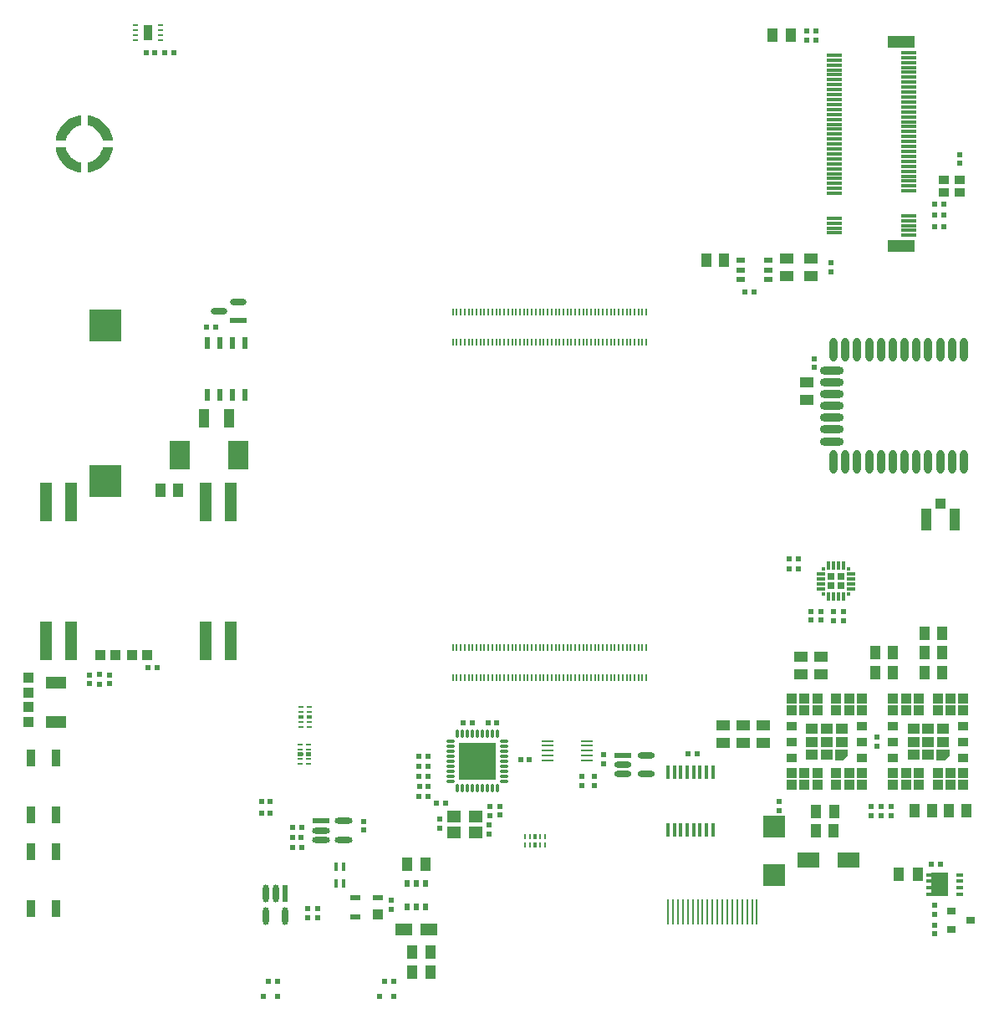
<source format=gtp>
G04*
G04 #@! TF.GenerationSoftware,Altium Limited,Altium Designer,22.1.2 (22)*
G04*
G04 Layer_Color=8421504*
%FSAX24Y24*%
%MOIN*%
G70*
G04*
G04 #@! TF.SameCoordinates,7F836DD3-99AF-427D-BE5B-C3016D41F6B7*
G04*
G04*
G04 #@! TF.FilePolarity,Positive*
G04*
G01*
G75*
G04:AMPARAMS|DCode=25|XSize=22.2mil|YSize=14.2mil|CornerRadius=2mil|HoleSize=0mil|Usage=FLASHONLY|Rotation=90.000|XOffset=0mil|YOffset=0mil|HoleType=Round|Shape=RoundedRectangle|*
%AMROUNDEDRECTD25*
21,1,0.0222,0.0102,0,0,90.0*
21,1,0.0183,0.0142,0,0,90.0*
1,1,0.0040,0.0051,0.0091*
1,1,0.0040,0.0051,-0.0091*
1,1,0.0040,-0.0051,-0.0091*
1,1,0.0040,-0.0051,0.0091*
%
%ADD25ROUNDEDRECTD25*%
%ADD26R,0.0217X0.0098*%
%ADD27R,0.0354X0.0630*%
%ADD28R,0.0295X0.0295*%
%ADD29R,0.0413X0.0551*%
%ADD30R,0.0244X0.0244*%
G04:AMPARAMS|DCode=31|XSize=22.2mil|YSize=7.9mil|CornerRadius=2mil|HoleSize=0mil|Usage=FLASHONLY|Rotation=0.000|XOffset=0mil|YOffset=0mil|HoleType=Round|Shape=RoundedRectangle|*
%AMROUNDEDRECTD31*
21,1,0.0222,0.0039,0,0,0.0*
21,1,0.0183,0.0079,0,0,0.0*
1,1,0.0039,0.0092,-0.0020*
1,1,0.0039,-0.0092,-0.0020*
1,1,0.0039,-0.0092,0.0020*
1,1,0.0039,0.0092,0.0020*
%
%ADD31ROUNDEDRECTD31*%
%ADD32R,0.0354X0.0236*%
%ADD33R,0.1250X0.1250*%
%ADD34R,0.0228X0.0244*%
%ADD35R,0.0244X0.0244*%
G04:AMPARAMS|DCode=36|XSize=31.5mil|YSize=94.5mil|CornerRadius=15.7mil|HoleSize=0mil|Usage=FLASHONLY|Rotation=270.000|XOffset=0mil|YOffset=0mil|HoleType=Round|Shape=RoundedRectangle|*
%AMROUNDEDRECTD36*
21,1,0.0315,0.0630,0,0,270.0*
21,1,0.0000,0.0945,0,0,270.0*
1,1,0.0315,-0.0315,0.0000*
1,1,0.0315,-0.0315,0.0000*
1,1,0.0315,0.0315,0.0000*
1,1,0.0315,0.0315,0.0000*
%
%ADD36ROUNDEDRECTD36*%
G04:AMPARAMS|DCode=37|XSize=94.5mil|YSize=31.5mil|CornerRadius=15.7mil|HoleSize=0mil|Usage=FLASHONLY|Rotation=270.000|XOffset=0mil|YOffset=0mil|HoleType=Round|Shape=RoundedRectangle|*
%AMROUNDEDRECTD37*
21,1,0.0945,0.0000,0,0,270.0*
21,1,0.0630,0.0315,0,0,270.0*
1,1,0.0315,0.0000,-0.0315*
1,1,0.0315,0.0000,0.0315*
1,1,0.0315,0.0000,0.0315*
1,1,0.0315,0.0000,-0.0315*
%
%ADD37ROUNDEDRECTD37*%
%ADD38R,0.0890X0.0850*%
%ADD39R,0.0433X0.0571*%
%ADD40R,0.1083X0.0472*%
%ADD41R,0.0610X0.0118*%
%ADD42R,0.0394X0.0354*%
%ADD43R,0.0244X0.0228*%
%ADD44R,0.0335X0.0689*%
%ADD45R,0.0691X0.0240*%
G04:AMPARAMS|DCode=46|XSize=69.1mil|YSize=24mil|CornerRadius=12mil|HoleSize=0mil|Usage=FLASHONLY|Rotation=0.000|XOffset=0mil|YOffset=0mil|HoleType=Round|Shape=RoundedRectangle|*
%AMROUNDEDRECTD46*
21,1,0.0691,0.0000,0,0,0.0*
21,1,0.0451,0.0240,0,0,0.0*
1,1,0.0240,0.0226,0.0000*
1,1,0.0240,-0.0226,0.0000*
1,1,0.0240,-0.0226,0.0000*
1,1,0.0240,0.0226,0.0000*
%
%ADD46ROUNDEDRECTD46*%
%ADD47R,0.0433X0.0866*%
%ADD48R,0.0394X0.0433*%
G04:AMPARAMS|DCode=49|XSize=48.7mil|YSize=8.4mil|CornerRadius=4.2mil|HoleSize=0mil|Usage=FLASHONLY|Rotation=180.000|XOffset=0mil|YOffset=0mil|HoleType=Round|Shape=RoundedRectangle|*
%AMROUNDEDRECTD49*
21,1,0.0487,0.0000,0,0,180.0*
21,1,0.0404,0.0084,0,0,180.0*
1,1,0.0084,-0.0202,0.0000*
1,1,0.0084,0.0202,0.0000*
1,1,0.0084,0.0202,0.0000*
1,1,0.0084,-0.0202,0.0000*
%
%ADD49ROUNDEDRECTD49*%
%ADD50R,0.0487X0.0084*%
%ADD51R,0.0236X0.0236*%
G04:AMPARAMS|DCode=52|XSize=71.1mil|YSize=24.1mil|CornerRadius=12.1mil|HoleSize=0mil|Usage=FLASHONLY|Rotation=270.000|XOffset=0mil|YOffset=0mil|HoleType=Round|Shape=RoundedRectangle|*
%AMROUNDEDRECTD52*
21,1,0.0711,0.0000,0,0,270.0*
21,1,0.0470,0.0241,0,0,270.0*
1,1,0.0241,0.0000,-0.0235*
1,1,0.0241,0.0000,0.0235*
1,1,0.0241,0.0000,0.0235*
1,1,0.0241,0.0000,-0.0235*
%
%ADD52ROUNDEDRECTD52*%
%ADD53R,0.0241X0.0711*%
G04:AMPARAMS|DCode=54|XSize=71.1mil|YSize=24.1mil|CornerRadius=12.1mil|HoleSize=0mil|Usage=FLASHONLY|Rotation=0.000|XOffset=0mil|YOffset=0mil|HoleType=Round|Shape=RoundedRectangle|*
%AMROUNDEDRECTD54*
21,1,0.0711,0.0000,0,0,0.0*
21,1,0.0470,0.0241,0,0,0.0*
1,1,0.0241,0.0235,0.0000*
1,1,0.0241,-0.0235,0.0000*
1,1,0.0241,-0.0235,0.0000*
1,1,0.0241,0.0235,0.0000*
%
%ADD54ROUNDEDRECTD54*%
%ADD55R,0.0711X0.0241*%
%ADD56R,0.0079X0.0276*%
%ADD57R,0.0787X0.1181*%
%ADD58R,0.0492X0.1575*%
%ADD59R,0.0433X0.0748*%
%ADD60R,0.0110X0.1024*%
%ADD61R,0.0177X0.0581*%
G04:AMPARAMS|DCode=62|XSize=65.3mil|YSize=24.7mil|CornerRadius=12.3mil|HoleSize=0mil|Usage=FLASHONLY|Rotation=180.000|XOffset=0mil|YOffset=0mil|HoleType=Round|Shape=RoundedRectangle|*
%AMROUNDEDRECTD62*
21,1,0.0653,0.0000,0,0,180.0*
21,1,0.0406,0.0247,0,0,180.0*
1,1,0.0247,-0.0203,0.0000*
1,1,0.0247,0.0203,0.0000*
1,1,0.0247,0.0203,0.0000*
1,1,0.0247,-0.0203,0.0000*
%
%ADD62ROUNDEDRECTD62*%
%ADD63R,0.0653X0.0247*%
%ADD64R,0.0571X0.0433*%
%ADD65R,0.0118X0.0118*%
%ADD66R,0.0118X0.0354*%
%ADD67R,0.0354X0.0118*%
%ADD68R,0.0394X0.0394*%
%ADD69R,0.0866X0.0610*%
%ADD70R,0.0827X0.0500*%
%ADD71R,0.0394X0.0394*%
%ADD72R,0.0413X0.0551*%
%ADD73R,0.0512X0.0433*%
%ADD74C,0.0364*%
%ADD75R,0.0433X0.0394*%
%ADD76R,0.0433X0.0354*%
%ADD77R,0.0157X0.0354*%
%ADD78R,0.0394X0.0236*%
%ADD79R,0.0709X0.0492*%
%ADD80R,0.0217X0.0315*%
%ADD81R,0.0551X0.0453*%
%ADD82R,0.0354X0.0315*%
%ADD83R,0.0551X0.0413*%
%ADD84R,0.0236X0.0512*%
%ADD85R,0.0276X0.0165*%
%ADD86R,0.0213X0.0165*%
%ADD87R,0.0673X0.0933*%
G04:AMPARAMS|DCode=88|XSize=7.9mil|YSize=22.2mil|CornerRadius=2mil|HoleSize=0mil|Usage=FLASHONLY|Rotation=0.000|XOffset=0mil|YOffset=0mil|HoleType=Round|Shape=RoundedRectangle|*
%AMROUNDEDRECTD88*
21,1,0.0079,0.0183,0,0,0.0*
21,1,0.0039,0.0222,0,0,0.0*
1,1,0.0039,0.0020,-0.0092*
1,1,0.0039,-0.0020,-0.0092*
1,1,0.0039,-0.0020,0.0092*
1,1,0.0039,0.0020,0.0092*
%
%ADD88ROUNDEDRECTD88*%
%ADD89O,0.0354X0.0110*%
%ADD90O,0.0110X0.0354*%
%ADD91R,0.1457X0.1457*%
G36*
X015333Y049163D02*
X015519Y049110D01*
X015694Y049025D01*
X015853Y048913D01*
X015990Y048776D01*
X016102Y048617D01*
X016186Y048442D01*
X016240Y048256D01*
X016251Y048159D01*
X015845D01*
X015833Y048216D01*
X015797Y048324D01*
X015744Y048426D01*
X015676Y048518D01*
X015595Y048599D01*
X015503Y048667D01*
X015401Y048720D01*
X015292Y048757D01*
X015236Y048768D01*
X015236D01*
Y049174D01*
X015333Y049163D01*
D02*
G37*
G36*
X014980Y048769D02*
X014924Y048757D01*
X014816Y048720D01*
X014714Y048667D01*
X014621Y048599D01*
X014540Y048518D01*
X014473Y048426D01*
X014420Y048324D01*
X014383Y048216D01*
X014371Y048160D01*
X014371D01*
Y048159D01*
X013966D01*
X013977Y048256D01*
X014030Y048442D01*
X014114Y048617D01*
X014227Y048776D01*
X014364Y048913D01*
X014522Y049025D01*
X014697Y049110D01*
X014884Y049163D01*
X014980Y049174D01*
X014980D01*
Y048769D01*
D02*
G37*
G36*
X016251Y047904D02*
X016240Y047807D01*
X016186Y047621D01*
X016102Y047446D01*
X015990Y047287D01*
X015853Y047150D01*
X015694Y047038D01*
X015519Y046953D01*
X015333Y046900D01*
X015236Y046889D01*
Y046889D01*
Y047295D01*
X015292Y047306D01*
X015401Y047343D01*
X015503Y047396D01*
X015595Y047464D01*
X015676Y047545D01*
X015744Y047637D01*
X015797Y047739D01*
X015833Y047847D01*
X015845Y047903D01*
Y047903D01*
Y047904D01*
X016251Y047904D01*
D02*
G37*
G36*
X014383Y047847D02*
X014420Y047739D01*
X014473Y047637D01*
X014540Y047545D01*
X014621Y047464D01*
X014714Y047396D01*
X014816Y047343D01*
X014924Y047306D01*
X014980Y047295D01*
X014980Y047295D01*
X014980D01*
X014980Y046889D01*
X014884Y046900D01*
X014697Y046953D01*
X014522Y047038D01*
X014364Y047150D01*
X014227Y047287D01*
X014114Y047446D01*
X014030Y047621D01*
X013977Y047807D01*
X013966Y047904D01*
X013966Y047904D01*
X014371D01*
X014383Y047847D01*
D02*
G37*
G36*
X024184Y025265D02*
X024190Y025259D01*
X024193Y025252D01*
Y025248D01*
Y025146D01*
Y025142D01*
X024190Y025135D01*
X024184Y025129D01*
X024177Y025126D01*
X023986D01*
X023979Y025129D01*
X023973Y025135D01*
X023970Y025142D01*
Y025146D01*
Y025248D01*
Y025252D01*
X023973Y025259D01*
X023979Y025265D01*
X023986Y025268D01*
X024177D01*
X024184Y025265D01*
D02*
G37*
G36*
X023856D02*
X023861Y025259D01*
X023864Y025252D01*
Y025248D01*
Y025146D01*
Y025142D01*
X023861Y025135D01*
X023856Y025129D01*
X023848Y025126D01*
X023658D01*
X023650Y025129D01*
X023645Y025135D01*
X023642Y025142D01*
Y025146D01*
Y025248D01*
Y025252D01*
X023645Y025259D01*
X023650Y025265D01*
X023658Y025268D01*
X023848D01*
X023856Y025265D01*
D02*
G37*
G36*
X024152Y023788D02*
X024157Y023783D01*
X024160Y023776D01*
Y023772D01*
Y023669D01*
Y023665D01*
X024157Y023658D01*
X024152Y023653D01*
X024145Y023650D01*
X023954D01*
X023947Y023653D01*
X023941Y023658D01*
X023938Y023665D01*
Y023669D01*
Y023772D01*
Y023776D01*
X023941Y023783D01*
X023947Y023788D01*
X023954Y023791D01*
X024145D01*
X024152Y023788D01*
D02*
G37*
G36*
X023823D02*
X023829Y023783D01*
X023832Y023776D01*
Y023772D01*
Y023669D01*
Y023665D01*
X023829Y023658D01*
X023823Y023653D01*
X023816Y023650D01*
X023625D01*
X023618Y023653D01*
X023612Y023658D01*
X023609Y023665D01*
Y023669D01*
Y023772D01*
Y023776D01*
X023612Y023783D01*
X023618Y023788D01*
X023625Y023791D01*
X023816D01*
X023823Y023788D01*
D02*
G37*
G36*
X049606Y023681D02*
X049409Y023484D01*
X049094D01*
Y023917D01*
X049606D01*
Y023681D01*
D02*
G37*
G36*
X045561D02*
X045364Y023484D01*
X045049D01*
Y023917D01*
X045561D01*
Y023681D01*
D02*
G37*
D25*
X033071Y020440D02*
D03*
Y020111D02*
D03*
D26*
X018143Y052754D02*
D03*
X018143Y052557D02*
D03*
X018143Y052361D02*
D03*
X018143Y052164D02*
D03*
X017139Y052164D02*
D03*
X017139Y052361D02*
D03*
X017139Y052557D02*
D03*
X017139Y052754D02*
D03*
D27*
X017641Y052459D02*
D03*
D28*
X045266Y030423D02*
D03*
X044892D02*
D03*
X045266Y030797D02*
D03*
X044892D02*
D03*
D29*
X048344Y018950D02*
D03*
X047596D02*
D03*
D30*
X049247Y019340D02*
D03*
X048893D02*
D03*
X017576Y051661D02*
D03*
X017931D02*
D03*
X023406Y020394D02*
D03*
X023760D02*
D03*
X028465Y022441D02*
D03*
X028819D02*
D03*
X020335Y040748D02*
D03*
X019980D02*
D03*
X039547Y023720D02*
D03*
X039193D02*
D03*
X031208Y024973D02*
D03*
X031562D02*
D03*
X032854Y023504D02*
D03*
X032500D02*
D03*
X030224Y024973D02*
D03*
X030578D02*
D03*
X029154Y021772D02*
D03*
X029508D02*
D03*
X022524Y021358D02*
D03*
X022170D02*
D03*
X022524Y021850D02*
D03*
X022170D02*
D03*
D31*
X024049Y024114D02*
D03*
Y023917D02*
D03*
Y023524D02*
D03*
Y023327D02*
D03*
X023720D02*
D03*
Y023524D02*
D03*
Y023917D02*
D03*
Y024114D02*
D03*
X024082Y025591D02*
D03*
Y025394D02*
D03*
Y025000D02*
D03*
Y024803D02*
D03*
X023753D02*
D03*
Y025000D02*
D03*
Y025394D02*
D03*
Y025591D02*
D03*
D32*
X041280Y043386D02*
D03*
Y043012D02*
D03*
Y042638D02*
D03*
X042382D02*
D03*
Y043012D02*
D03*
Y043386D02*
D03*
D33*
X015945Y034597D02*
D03*
Y040796D02*
D03*
D34*
X043591Y031102D02*
D03*
X043220D02*
D03*
X043591Y031496D02*
D03*
X043220D02*
D03*
X018689Y051661D02*
D03*
X018319D02*
D03*
X041449Y042126D02*
D03*
X041819D02*
D03*
X049008Y045630D02*
D03*
X049378D02*
D03*
X049008Y045197D02*
D03*
X049378D02*
D03*
X049008Y044724D02*
D03*
X049378D02*
D03*
X023768Y020000D02*
D03*
X023398D02*
D03*
X027079Y014665D02*
D03*
X027449D02*
D03*
X022453D02*
D03*
X022823D02*
D03*
X023398Y020787D02*
D03*
X023768D02*
D03*
X028457Y023228D02*
D03*
X028827D02*
D03*
X028457Y022835D02*
D03*
X028827D02*
D03*
X028457Y022047D02*
D03*
X028827D02*
D03*
X028442Y023635D02*
D03*
X028812D02*
D03*
X017650Y027165D02*
D03*
X018020D02*
D03*
D35*
X035827Y023346D02*
D03*
Y023701D02*
D03*
X015325Y026526D02*
D03*
Y026880D02*
D03*
X050000Y047618D02*
D03*
Y047264D02*
D03*
X043898Y052185D02*
D03*
Y052539D02*
D03*
X044291Y052185D02*
D03*
Y052539D02*
D03*
X026240Y020689D02*
D03*
Y021043D02*
D03*
X044215Y039477D02*
D03*
Y039123D02*
D03*
X044488Y029055D02*
D03*
Y029409D02*
D03*
X044094Y029055D02*
D03*
Y029409D02*
D03*
X031666Y021292D02*
D03*
Y021646D02*
D03*
X031260Y020886D02*
D03*
Y020531D02*
D03*
X029291Y020768D02*
D03*
Y021122D02*
D03*
X049016Y016909D02*
D03*
Y016555D02*
D03*
X016112Y026880D02*
D03*
Y026526D02*
D03*
X044882Y042933D02*
D03*
Y043287D02*
D03*
D36*
X044902Y038071D02*
D03*
Y036181D02*
D03*
Y036654D02*
D03*
Y037126D02*
D03*
Y037598D02*
D03*
Y038543D02*
D03*
Y039016D02*
D03*
D37*
X050177Y035374D02*
D03*
X049705D02*
D03*
X049232D02*
D03*
X048760D02*
D03*
X048287D02*
D03*
X047815D02*
D03*
X047343D02*
D03*
X046870D02*
D03*
X046398D02*
D03*
X045925D02*
D03*
X045453D02*
D03*
X044980D02*
D03*
Y039823D02*
D03*
X045453D02*
D03*
X045925D02*
D03*
X046398D02*
D03*
X046870D02*
D03*
X047343D02*
D03*
X047815D02*
D03*
X048287D02*
D03*
X048760D02*
D03*
X049232D02*
D03*
X049705D02*
D03*
X050177D02*
D03*
D38*
X042618Y020846D02*
D03*
Y018917D02*
D03*
D39*
X039902Y043406D02*
D03*
X040610D02*
D03*
X043268Y052362D02*
D03*
X042559D02*
D03*
X018150Y034252D02*
D03*
X018858D02*
D03*
X050295Y021457D02*
D03*
X049587D02*
D03*
X048209D02*
D03*
X048917D02*
D03*
X044272Y020669D02*
D03*
X044980D02*
D03*
X044290Y021442D02*
D03*
X044999D02*
D03*
D40*
X047687Y052106D02*
D03*
Y043957D02*
D03*
D41*
X047992Y051673D02*
D03*
Y051476D02*
D03*
Y051280D02*
D03*
Y051083D02*
D03*
Y050886D02*
D03*
Y050689D02*
D03*
Y050492D02*
D03*
Y050295D02*
D03*
Y050098D02*
D03*
Y049902D02*
D03*
Y049705D02*
D03*
Y049508D02*
D03*
Y049311D02*
D03*
Y049114D02*
D03*
Y048917D02*
D03*
Y048720D02*
D03*
Y048524D02*
D03*
Y048327D02*
D03*
Y048130D02*
D03*
Y047933D02*
D03*
Y047736D02*
D03*
Y047539D02*
D03*
Y047343D02*
D03*
Y047146D02*
D03*
Y046949D02*
D03*
Y046752D02*
D03*
Y046555D02*
D03*
Y046358D02*
D03*
Y046161D02*
D03*
Y045177D02*
D03*
Y044980D02*
D03*
Y044783D02*
D03*
Y044587D02*
D03*
Y044390D02*
D03*
X045020Y051575D02*
D03*
Y051378D02*
D03*
Y051181D02*
D03*
Y050984D02*
D03*
Y050787D02*
D03*
Y050591D02*
D03*
Y050394D02*
D03*
Y050197D02*
D03*
Y050000D02*
D03*
Y049803D02*
D03*
Y049606D02*
D03*
Y049409D02*
D03*
Y049213D02*
D03*
Y049016D02*
D03*
Y048819D02*
D03*
Y048622D02*
D03*
Y048425D02*
D03*
Y048228D02*
D03*
Y048032D02*
D03*
Y047835D02*
D03*
Y047638D02*
D03*
Y047441D02*
D03*
Y047244D02*
D03*
Y047047D02*
D03*
Y046850D02*
D03*
Y046654D02*
D03*
Y046457D02*
D03*
Y046260D02*
D03*
Y046063D02*
D03*
Y045079D02*
D03*
Y044882D02*
D03*
Y044685D02*
D03*
Y044488D02*
D03*
D42*
X050025Y046599D02*
D03*
X049385D02*
D03*
Y046117D02*
D03*
X050025D02*
D03*
D43*
X046722Y024028D02*
D03*
Y024398D02*
D03*
X024000Y017215D02*
D03*
Y017585D02*
D03*
X024400Y017215D02*
D03*
Y017585D02*
D03*
X035433Y022823D02*
D03*
Y022453D02*
D03*
X034961Y022453D02*
D03*
Y022823D02*
D03*
X044980Y029047D02*
D03*
Y029417D02*
D03*
X045374Y029047D02*
D03*
Y029417D02*
D03*
X047283Y021272D02*
D03*
Y021642D02*
D03*
X046890D02*
D03*
Y021272D02*
D03*
X027362Y017902D02*
D03*
Y017531D02*
D03*
X031272Y021643D02*
D03*
Y021272D02*
D03*
X046496Y021642D02*
D03*
Y021272D02*
D03*
X042825Y021476D02*
D03*
Y021846D02*
D03*
X049016Y017711D02*
D03*
Y017341D02*
D03*
X015718Y026888D02*
D03*
Y026518D02*
D03*
D44*
X012984Y023583D02*
D03*
X013984D02*
D03*
Y021299D02*
D03*
X012984D02*
D03*
Y017559D02*
D03*
X013984D02*
D03*
Y019843D02*
D03*
X012984D02*
D03*
D45*
X036575Y023681D02*
D03*
D46*
Y023307D02*
D03*
Y022933D02*
D03*
X037500D02*
D03*
Y023681D02*
D03*
D47*
X049829Y033070D02*
D03*
X048687D02*
D03*
D48*
X049258Y033700D02*
D03*
D49*
X033576Y023465D02*
D03*
Y023661D02*
D03*
Y023858D02*
D03*
Y024055D02*
D03*
Y024252D02*
D03*
X035164D02*
D03*
Y024055D02*
D03*
Y023858D02*
D03*
Y023661D02*
D03*
D50*
Y023465D02*
D03*
D51*
X026890Y014059D02*
D03*
X027441D02*
D03*
X022264D02*
D03*
X022815D02*
D03*
D52*
X023110Y017264D02*
D03*
X022362D02*
D03*
Y018169D02*
D03*
X022736D02*
D03*
D53*
X023110D02*
D03*
D54*
X025442Y021055D02*
D03*
Y020307D02*
D03*
X024536D02*
D03*
Y020681D02*
D03*
D55*
Y021055D02*
D03*
D56*
X029803Y026772D02*
D03*
Y027984D02*
D03*
X029961Y026772D02*
D03*
Y027984D02*
D03*
X030118Y026772D02*
D03*
Y027984D02*
D03*
X030276Y026772D02*
D03*
Y027984D02*
D03*
X030433Y026772D02*
D03*
Y027984D02*
D03*
X030591Y026772D02*
D03*
Y027984D02*
D03*
X030748Y026772D02*
D03*
Y027984D02*
D03*
X030906Y026772D02*
D03*
Y027984D02*
D03*
X031063Y026772D02*
D03*
Y027984D02*
D03*
X031220Y026772D02*
D03*
Y027984D02*
D03*
X031378Y026772D02*
D03*
Y027984D02*
D03*
X031535Y026772D02*
D03*
Y027984D02*
D03*
X031693Y026772D02*
D03*
Y027984D02*
D03*
X031850Y026772D02*
D03*
Y027984D02*
D03*
X032008Y026772D02*
D03*
Y027984D02*
D03*
X032165Y026772D02*
D03*
Y027984D02*
D03*
X032323Y026772D02*
D03*
Y027984D02*
D03*
X032480Y026772D02*
D03*
Y027984D02*
D03*
X032638Y026772D02*
D03*
Y027984D02*
D03*
X032795Y026772D02*
D03*
Y027984D02*
D03*
X032953Y026772D02*
D03*
Y027984D02*
D03*
X033110Y026772D02*
D03*
Y027984D02*
D03*
X033268Y026772D02*
D03*
Y027984D02*
D03*
X033425Y026772D02*
D03*
Y027984D02*
D03*
X033583Y026772D02*
D03*
Y027984D02*
D03*
X033740Y026772D02*
D03*
Y027984D02*
D03*
X033898Y026772D02*
D03*
Y027984D02*
D03*
X034055Y026772D02*
D03*
Y027984D02*
D03*
X034213Y026772D02*
D03*
Y027984D02*
D03*
X034370Y026772D02*
D03*
Y027984D02*
D03*
X034528Y026772D02*
D03*
Y027984D02*
D03*
X034685Y026772D02*
D03*
Y027984D02*
D03*
X034843Y026772D02*
D03*
Y027984D02*
D03*
X035000Y026772D02*
D03*
Y027984D02*
D03*
X035157Y026772D02*
D03*
Y027984D02*
D03*
X035315Y026772D02*
D03*
Y027984D02*
D03*
X035472Y026772D02*
D03*
Y027984D02*
D03*
X035630Y026772D02*
D03*
Y027984D02*
D03*
X035787Y026772D02*
D03*
Y027984D02*
D03*
X035945Y026772D02*
D03*
Y027984D02*
D03*
X036102Y026772D02*
D03*
Y027984D02*
D03*
X036260Y026772D02*
D03*
Y027984D02*
D03*
X036417Y026772D02*
D03*
Y027984D02*
D03*
X036575Y026772D02*
D03*
Y027984D02*
D03*
X036732Y026772D02*
D03*
Y027984D02*
D03*
X036890Y026772D02*
D03*
Y027984D02*
D03*
X037047Y026772D02*
D03*
Y027984D02*
D03*
X037205Y026772D02*
D03*
Y027984D02*
D03*
X037362Y026772D02*
D03*
Y027984D02*
D03*
X037520Y026772D02*
D03*
Y027984D02*
D03*
X029803Y040126D02*
D03*
Y041339D02*
D03*
X029961Y040126D02*
D03*
Y041339D02*
D03*
X030118Y040126D02*
D03*
Y041339D02*
D03*
X030276Y040126D02*
D03*
Y041339D02*
D03*
X030433Y040126D02*
D03*
Y041339D02*
D03*
X030591Y040126D02*
D03*
Y041339D02*
D03*
X030748Y040126D02*
D03*
Y041339D02*
D03*
X030906Y040126D02*
D03*
Y041339D02*
D03*
X031063Y040126D02*
D03*
Y041339D02*
D03*
X031220Y040126D02*
D03*
Y041339D02*
D03*
X031378Y040126D02*
D03*
Y041339D02*
D03*
X031535Y040126D02*
D03*
Y041339D02*
D03*
X031693Y040126D02*
D03*
Y041339D02*
D03*
X031850Y040126D02*
D03*
Y041339D02*
D03*
X032008Y040126D02*
D03*
Y041339D02*
D03*
X032165Y040126D02*
D03*
Y041339D02*
D03*
X032323Y040126D02*
D03*
Y041339D02*
D03*
X032480Y040126D02*
D03*
Y041339D02*
D03*
X032638Y040126D02*
D03*
Y041339D02*
D03*
X032795Y040126D02*
D03*
Y041339D02*
D03*
X032953Y040126D02*
D03*
Y041339D02*
D03*
X033110Y040126D02*
D03*
Y041339D02*
D03*
X033268Y040126D02*
D03*
Y041339D02*
D03*
X033425Y040126D02*
D03*
Y041339D02*
D03*
X033583Y040126D02*
D03*
Y041339D02*
D03*
X033740Y040126D02*
D03*
Y041339D02*
D03*
X033898Y040126D02*
D03*
Y041339D02*
D03*
X034055Y040126D02*
D03*
Y041339D02*
D03*
X034213Y040126D02*
D03*
Y041339D02*
D03*
X034370Y040126D02*
D03*
Y041339D02*
D03*
X034528Y040126D02*
D03*
Y041339D02*
D03*
X034685Y040126D02*
D03*
Y041339D02*
D03*
X034843Y040126D02*
D03*
Y041339D02*
D03*
X035000Y040126D02*
D03*
Y041339D02*
D03*
X035157Y040126D02*
D03*
Y041339D02*
D03*
X035315Y040126D02*
D03*
Y041339D02*
D03*
X035472Y040126D02*
D03*
Y041339D02*
D03*
X035630Y040126D02*
D03*
Y041339D02*
D03*
X035787Y040126D02*
D03*
Y041339D02*
D03*
X035945Y040126D02*
D03*
Y041339D02*
D03*
X036102Y040126D02*
D03*
Y041339D02*
D03*
X036260Y040126D02*
D03*
Y041339D02*
D03*
X036417Y040126D02*
D03*
Y041339D02*
D03*
X036575Y040126D02*
D03*
Y041339D02*
D03*
X036732Y040126D02*
D03*
Y041339D02*
D03*
X036890Y040126D02*
D03*
Y041339D02*
D03*
X037047Y040126D02*
D03*
Y041339D02*
D03*
X037205Y040126D02*
D03*
Y041339D02*
D03*
X037362Y040126D02*
D03*
Y041339D02*
D03*
X037520Y040126D02*
D03*
Y041339D02*
D03*
D57*
X021260Y035630D02*
D03*
X018898D02*
D03*
D58*
X014569Y033760D02*
D03*
X013569D02*
D03*
Y028248D02*
D03*
X014569D02*
D03*
X019951D02*
D03*
X020951D02*
D03*
X019951Y033760D02*
D03*
X020951D02*
D03*
D59*
X020866Y037106D02*
D03*
X019882D02*
D03*
D60*
X038386Y017451D02*
D03*
X038583D02*
D03*
X038780D02*
D03*
X038976D02*
D03*
X039173D02*
D03*
X039370D02*
D03*
X039567D02*
D03*
X039764D02*
D03*
X039961D02*
D03*
X040157D02*
D03*
X040354D02*
D03*
X040551D02*
D03*
X040748D02*
D03*
X040945D02*
D03*
X041142D02*
D03*
X041339D02*
D03*
X041535D02*
D03*
X041732D02*
D03*
X041929D02*
D03*
D61*
X040167Y020694D02*
D03*
X039911D02*
D03*
X039656D02*
D03*
X039400D02*
D03*
X039144D02*
D03*
X038888D02*
D03*
X038632D02*
D03*
X038376D02*
D03*
Y023007D02*
D03*
X038632D02*
D03*
X038888D02*
D03*
X039144D02*
D03*
X039400D02*
D03*
X039656D02*
D03*
X039911D02*
D03*
X040167D02*
D03*
D62*
X020491Y041372D02*
D03*
X021260Y041732D02*
D03*
D63*
Y041012D02*
D03*
D64*
X043898Y037835D02*
D03*
Y038543D02*
D03*
X043110Y042756D02*
D03*
Y043465D02*
D03*
X044094Y042756D02*
D03*
Y043465D02*
D03*
D65*
X045571Y030118D02*
D03*
X044586D02*
D03*
X045571Y031102D02*
D03*
X044586D02*
D03*
D66*
X044783Y031220D02*
D03*
X044980D02*
D03*
X045177D02*
D03*
X045374D02*
D03*
Y030000D02*
D03*
X045177D02*
D03*
X044980D02*
D03*
X044783D02*
D03*
D67*
X045689Y030905D02*
D03*
Y030709D02*
D03*
Y030512D02*
D03*
Y030315D02*
D03*
X044468D02*
D03*
Y030512D02*
D03*
Y030709D02*
D03*
Y030905D02*
D03*
D68*
X012894Y026772D02*
D03*
Y026181D02*
D03*
Y025591D02*
D03*
Y025000D02*
D03*
X026831Y017323D02*
D03*
D69*
X043976Y019488D02*
D03*
X045591D02*
D03*
D70*
X013976Y026569D02*
D03*
Y025006D02*
D03*
D71*
X017618Y027657D02*
D03*
X017028D02*
D03*
X016339D02*
D03*
X015748D02*
D03*
D72*
X048602Y028543D02*
D03*
X049311D02*
D03*
X047343Y027756D02*
D03*
X046634D02*
D03*
X048602D02*
D03*
X049311D02*
D03*
X047343Y026969D02*
D03*
X046634D02*
D03*
X048602D02*
D03*
X049311D02*
D03*
X028189Y015827D02*
D03*
X028898D02*
D03*
X028189Y015039D02*
D03*
X028898D02*
D03*
X028701Y019331D02*
D03*
X027992D02*
D03*
D73*
X049350Y024724D02*
D03*
X048760D02*
D03*
X048169D02*
D03*
Y024213D02*
D03*
X048760D02*
D03*
X049350D02*
D03*
X048760Y023701D02*
D03*
X048169D02*
D03*
X045305Y024724D02*
D03*
X044715D02*
D03*
X044124D02*
D03*
Y024213D02*
D03*
X044715D02*
D03*
X045305D02*
D03*
X044715Y023701D02*
D03*
X044124D02*
D03*
D74*
X049332Y023715D02*
D03*
X045287D02*
D03*
D75*
X048386Y022500D02*
D03*
X047874D02*
D03*
X047362D02*
D03*
X048386Y022972D02*
D03*
X047874D02*
D03*
X047362D02*
D03*
Y025925D02*
D03*
X047874D02*
D03*
X048386D02*
D03*
X047362Y025453D02*
D03*
X047874D02*
D03*
X048386D02*
D03*
X049134D02*
D03*
X049646D02*
D03*
X050157D02*
D03*
X049134Y025925D02*
D03*
X049646D02*
D03*
X050157D02*
D03*
X049134Y022972D02*
D03*
X049646D02*
D03*
X050157D02*
D03*
X049134Y022500D02*
D03*
X049646D02*
D03*
X050157D02*
D03*
X044341D02*
D03*
X043829D02*
D03*
X043317D02*
D03*
X044341Y022972D02*
D03*
X043829D02*
D03*
X043317D02*
D03*
Y025925D02*
D03*
X043829D02*
D03*
X044341D02*
D03*
X043317Y025453D02*
D03*
X043829D02*
D03*
X044341D02*
D03*
X045089D02*
D03*
X045600D02*
D03*
X046112D02*
D03*
X045089Y025925D02*
D03*
X045600D02*
D03*
X046112D02*
D03*
X045089Y022972D02*
D03*
X045600D02*
D03*
X046112D02*
D03*
X045089Y022500D02*
D03*
X045600D02*
D03*
X046112D02*
D03*
D76*
X047362Y023583D02*
D03*
Y024213D02*
D03*
Y024843D02*
D03*
X050157D02*
D03*
Y024213D02*
D03*
Y023583D02*
D03*
X043317D02*
D03*
Y024213D02*
D03*
Y024843D02*
D03*
X046112D02*
D03*
Y024213D02*
D03*
Y023583D02*
D03*
D77*
X025453Y018563D02*
D03*
X025138D02*
D03*
X025453Y019232D02*
D03*
X025138D02*
D03*
D78*
X025925Y017244D02*
D03*
Y017992D02*
D03*
X026831D02*
D03*
D79*
X028858Y016732D02*
D03*
X027835D02*
D03*
D80*
X028720Y017638D02*
D03*
X028346D02*
D03*
X027972D02*
D03*
Y018583D02*
D03*
X028346D02*
D03*
X028720D02*
D03*
D81*
X030709Y020591D02*
D03*
X029843D02*
D03*
Y021220D02*
D03*
X030709D02*
D03*
D82*
X049665Y017480D02*
D03*
Y016732D02*
D03*
X050453Y017106D02*
D03*
D83*
X044478Y026909D02*
D03*
Y027618D02*
D03*
X043691Y026909D02*
D03*
Y027618D02*
D03*
X042165Y024862D02*
D03*
Y024154D02*
D03*
X040591Y024862D02*
D03*
Y024154D02*
D03*
X041378Y024862D02*
D03*
Y024154D02*
D03*
D84*
X020018Y040118D02*
D03*
X020518D02*
D03*
X021018D02*
D03*
X021518D02*
D03*
Y038031D02*
D03*
X021018D02*
D03*
X020518D02*
D03*
X020018D02*
D03*
D85*
X050000Y018150D02*
D03*
Y018406D02*
D03*
Y018661D02*
D03*
Y018917D02*
D03*
D86*
X048787D02*
D03*
Y018661D02*
D03*
Y018406D02*
D03*
Y018150D02*
D03*
D87*
X049230Y018533D02*
D03*
D88*
X033465Y020440D02*
D03*
X033268D02*
D03*
X032874D02*
D03*
X032677D02*
D03*
Y020111D02*
D03*
X032874D02*
D03*
X033268D02*
D03*
X033465D02*
D03*
D89*
X031863Y022650D02*
D03*
Y022847D02*
D03*
Y023044D02*
D03*
Y023241D02*
D03*
Y023438D02*
D03*
Y023635D02*
D03*
Y023832D02*
D03*
Y024028D02*
D03*
Y024225D02*
D03*
X029698D02*
D03*
Y024028D02*
D03*
Y023832D02*
D03*
Y023635D02*
D03*
Y023438D02*
D03*
Y023241D02*
D03*
Y023044D02*
D03*
Y022847D02*
D03*
Y022650D02*
D03*
D90*
X031568Y024520D02*
D03*
X031371D02*
D03*
X031174D02*
D03*
X030977D02*
D03*
X030780D02*
D03*
X030583D02*
D03*
X030387D02*
D03*
X030190D02*
D03*
X029993D02*
D03*
Y022355D02*
D03*
X030190D02*
D03*
X030387D02*
D03*
X030583D02*
D03*
X030780D02*
D03*
X030977D02*
D03*
X031174D02*
D03*
X031371D02*
D03*
X031568D02*
D03*
D91*
X030780Y023438D02*
D03*
M02*

</source>
